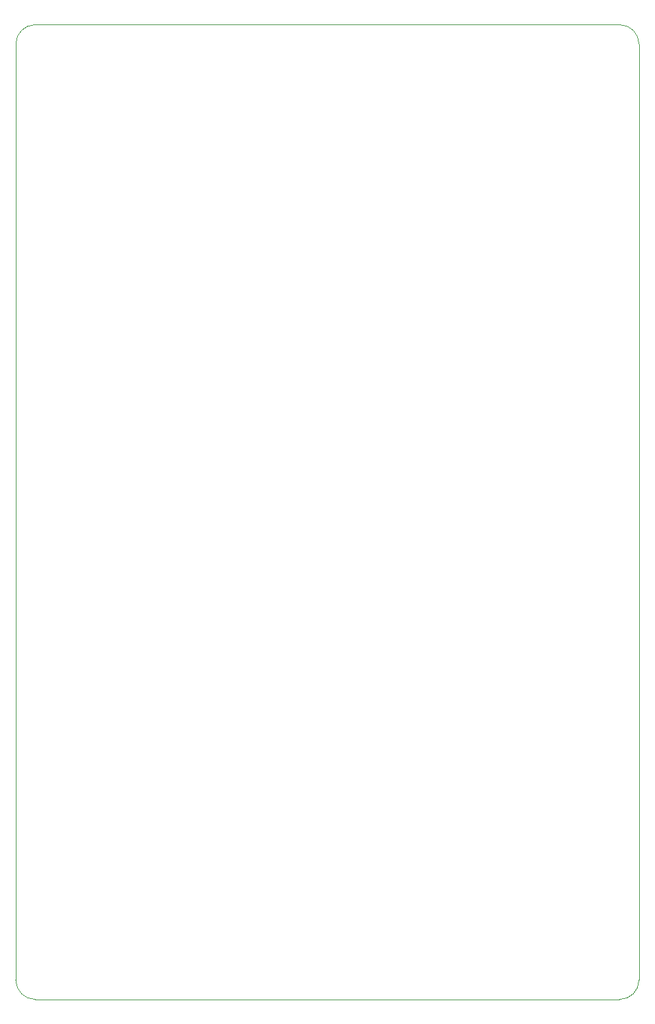
<source format=gbr>
%TF.GenerationSoftware,KiCad,Pcbnew,(5.1.10)-1*%
%TF.CreationDate,2021-07-01T23:21:13+02:00*%
%TF.ProjectId,PicBytesMicro,50696342-7974-4657-934d-6963726f2e6b,rev?*%
%TF.SameCoordinates,Original*%
%TF.FileFunction,Profile,NP*%
%FSLAX46Y46*%
G04 Gerber Fmt 4.6, Leading zero omitted, Abs format (unit mm)*
G04 Created by KiCad (PCBNEW (5.1.10)-1) date 2021-07-01 23:21:13*
%MOMM*%
%LPD*%
G01*
G04 APERTURE LIST*
%TA.AperFunction,Profile*%
%ADD10C,0.050000*%
%TD*%
G04 APERTURE END LIST*
D10*
X174000000Y-34500000D02*
G75*
G02*
X176500000Y-37000000I0J-2500000D01*
G01*
X96500000Y-37000000D02*
G75*
G02*
X99000000Y-34500000I2500000J0D01*
G01*
X99000000Y-159500000D02*
G75*
G02*
X96500000Y-157000000I0J2500000D01*
G01*
X176500000Y-157000000D02*
G75*
G02*
X174000000Y-159500000I-2500000J0D01*
G01*
X174000000Y-34500000D02*
X99000000Y-34500000D01*
X96500000Y-157000000D02*
X96500000Y-37000000D01*
X174000000Y-159500000D02*
X99000000Y-159500000D01*
X176500000Y-157000000D02*
X176500000Y-37000000D01*
M02*

</source>
